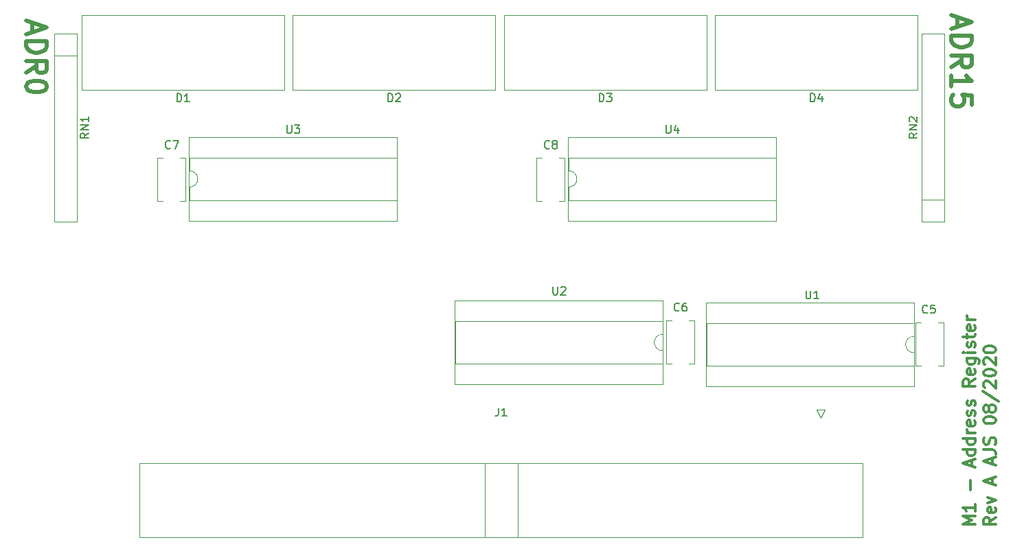
<source format=gto>
%TF.GenerationSoftware,KiCad,Pcbnew,5.1.6-c6e7f7d~87~ubuntu18.04.1*%
%TF.CreationDate,2020-08-18T19:41:25+12:00*%
%TF.ProjectId,M1 Address Register,4d312041-6464-4726-9573-732052656769,rev?*%
%TF.SameCoordinates,Original*%
%TF.FileFunction,Legend,Top*%
%TF.FilePolarity,Positive*%
%FSLAX46Y46*%
G04 Gerber Fmt 4.6, Leading zero omitted, Abs format (unit mm)*
G04 Created by KiCad (PCBNEW 5.1.6-c6e7f7d~87~ubuntu18.04.1) date 2020-08-18 19:41:25*
%MOMM*%
%LPD*%
G01*
G04 APERTURE LIST*
%ADD10C,0.300000*%
%ADD11C,0.500000*%
%ADD12C,0.120000*%
%ADD13C,0.150000*%
G04 APERTURE END LIST*
D10*
X210930571Y-147291857D02*
X209430571Y-147291857D01*
X210502000Y-146791857D01*
X209430571Y-146291857D01*
X210930571Y-146291857D01*
X210930571Y-144791857D02*
X210930571Y-145649000D01*
X210930571Y-145220428D02*
X209430571Y-145220428D01*
X209644857Y-145363285D01*
X209787714Y-145506142D01*
X209859142Y-145649000D01*
X210359142Y-143006142D02*
X210359142Y-141863285D01*
X210502000Y-140077571D02*
X210502000Y-139363285D01*
X210930571Y-140220428D02*
X209430571Y-139720428D01*
X210930571Y-139220428D01*
X210930571Y-138077571D02*
X209430571Y-138077571D01*
X210859142Y-138077571D02*
X210930571Y-138220428D01*
X210930571Y-138506142D01*
X210859142Y-138649000D01*
X210787714Y-138720428D01*
X210644857Y-138791857D01*
X210216285Y-138791857D01*
X210073428Y-138720428D01*
X210002000Y-138649000D01*
X209930571Y-138506142D01*
X209930571Y-138220428D01*
X210002000Y-138077571D01*
X210930571Y-136720428D02*
X209430571Y-136720428D01*
X210859142Y-136720428D02*
X210930571Y-136863285D01*
X210930571Y-137149000D01*
X210859142Y-137291857D01*
X210787714Y-137363285D01*
X210644857Y-137434714D01*
X210216285Y-137434714D01*
X210073428Y-137363285D01*
X210002000Y-137291857D01*
X209930571Y-137149000D01*
X209930571Y-136863285D01*
X210002000Y-136720428D01*
X210930571Y-136006142D02*
X209930571Y-136006142D01*
X210216285Y-136006142D02*
X210073428Y-135934714D01*
X210002000Y-135863285D01*
X209930571Y-135720428D01*
X209930571Y-135577571D01*
X210859142Y-134506142D02*
X210930571Y-134649000D01*
X210930571Y-134934714D01*
X210859142Y-135077571D01*
X210716285Y-135149000D01*
X210144857Y-135149000D01*
X210002000Y-135077571D01*
X209930571Y-134934714D01*
X209930571Y-134649000D01*
X210002000Y-134506142D01*
X210144857Y-134434714D01*
X210287714Y-134434714D01*
X210430571Y-135149000D01*
X210859142Y-133863285D02*
X210930571Y-133720428D01*
X210930571Y-133434714D01*
X210859142Y-133291857D01*
X210716285Y-133220428D01*
X210644857Y-133220428D01*
X210502000Y-133291857D01*
X210430571Y-133434714D01*
X210430571Y-133649000D01*
X210359142Y-133791857D01*
X210216285Y-133863285D01*
X210144857Y-133863285D01*
X210002000Y-133791857D01*
X209930571Y-133649000D01*
X209930571Y-133434714D01*
X210002000Y-133291857D01*
X210859142Y-132649000D02*
X210930571Y-132506142D01*
X210930571Y-132220428D01*
X210859142Y-132077571D01*
X210716285Y-132006142D01*
X210644857Y-132006142D01*
X210502000Y-132077571D01*
X210430571Y-132220428D01*
X210430571Y-132434714D01*
X210359142Y-132577571D01*
X210216285Y-132649000D01*
X210144857Y-132649000D01*
X210002000Y-132577571D01*
X209930571Y-132434714D01*
X209930571Y-132220428D01*
X210002000Y-132077571D01*
X210930571Y-129363285D02*
X210216285Y-129863285D01*
X210930571Y-130220428D02*
X209430571Y-130220428D01*
X209430571Y-129649000D01*
X209502000Y-129506142D01*
X209573428Y-129434714D01*
X209716285Y-129363285D01*
X209930571Y-129363285D01*
X210073428Y-129434714D01*
X210144857Y-129506142D01*
X210216285Y-129649000D01*
X210216285Y-130220428D01*
X210859142Y-128149000D02*
X210930571Y-128291857D01*
X210930571Y-128577571D01*
X210859142Y-128720428D01*
X210716285Y-128791857D01*
X210144857Y-128791857D01*
X210002000Y-128720428D01*
X209930571Y-128577571D01*
X209930571Y-128291857D01*
X210002000Y-128149000D01*
X210144857Y-128077571D01*
X210287714Y-128077571D01*
X210430571Y-128791857D01*
X209930571Y-126791857D02*
X211144857Y-126791857D01*
X211287714Y-126863285D01*
X211359142Y-126934714D01*
X211430571Y-127077571D01*
X211430571Y-127291857D01*
X211359142Y-127434714D01*
X210859142Y-126791857D02*
X210930571Y-126934714D01*
X210930571Y-127220428D01*
X210859142Y-127363285D01*
X210787714Y-127434714D01*
X210644857Y-127506142D01*
X210216285Y-127506142D01*
X210073428Y-127434714D01*
X210002000Y-127363285D01*
X209930571Y-127220428D01*
X209930571Y-126934714D01*
X210002000Y-126791857D01*
X210930571Y-126077571D02*
X209930571Y-126077571D01*
X209430571Y-126077571D02*
X209502000Y-126149000D01*
X209573428Y-126077571D01*
X209502000Y-126006142D01*
X209430571Y-126077571D01*
X209573428Y-126077571D01*
X210859142Y-125434714D02*
X210930571Y-125291857D01*
X210930571Y-125006142D01*
X210859142Y-124863285D01*
X210716285Y-124791857D01*
X210644857Y-124791857D01*
X210502000Y-124863285D01*
X210430571Y-125006142D01*
X210430571Y-125220428D01*
X210359142Y-125363285D01*
X210216285Y-125434714D01*
X210144857Y-125434714D01*
X210002000Y-125363285D01*
X209930571Y-125220428D01*
X209930571Y-125006142D01*
X210002000Y-124863285D01*
X209930571Y-124363285D02*
X209930571Y-123791857D01*
X209430571Y-124149000D02*
X210716285Y-124149000D01*
X210859142Y-124077571D01*
X210930571Y-123934714D01*
X210930571Y-123791857D01*
X210859142Y-122720428D02*
X210930571Y-122863285D01*
X210930571Y-123149000D01*
X210859142Y-123291857D01*
X210716285Y-123363285D01*
X210144857Y-123363285D01*
X210002000Y-123291857D01*
X209930571Y-123149000D01*
X209930571Y-122863285D01*
X210002000Y-122720428D01*
X210144857Y-122649000D01*
X210287714Y-122649000D01*
X210430571Y-123363285D01*
X210930571Y-122006142D02*
X209930571Y-122006142D01*
X210216285Y-122006142D02*
X210073428Y-121934714D01*
X210002000Y-121863285D01*
X209930571Y-121720428D01*
X209930571Y-121577571D01*
X213480571Y-146434714D02*
X212766285Y-146934714D01*
X213480571Y-147291857D02*
X211980571Y-147291857D01*
X211980571Y-146720428D01*
X212052000Y-146577571D01*
X212123428Y-146506142D01*
X212266285Y-146434714D01*
X212480571Y-146434714D01*
X212623428Y-146506142D01*
X212694857Y-146577571D01*
X212766285Y-146720428D01*
X212766285Y-147291857D01*
X213409142Y-145220428D02*
X213480571Y-145363285D01*
X213480571Y-145649000D01*
X213409142Y-145791857D01*
X213266285Y-145863285D01*
X212694857Y-145863285D01*
X212552000Y-145791857D01*
X212480571Y-145649000D01*
X212480571Y-145363285D01*
X212552000Y-145220428D01*
X212694857Y-145149000D01*
X212837714Y-145149000D01*
X212980571Y-145863285D01*
X212480571Y-144649000D02*
X213480571Y-144291857D01*
X212480571Y-143934714D01*
X213052000Y-142291857D02*
X213052000Y-141577571D01*
X213480571Y-142434714D02*
X211980571Y-141934714D01*
X213480571Y-141434714D01*
X213052000Y-139863285D02*
X213052000Y-139149000D01*
X213480571Y-140006142D02*
X211980571Y-139506142D01*
X213480571Y-139006142D01*
X211980571Y-138077571D02*
X213052000Y-138077571D01*
X213266285Y-138149000D01*
X213409142Y-138291857D01*
X213480571Y-138506142D01*
X213480571Y-138649000D01*
X213409142Y-137434714D02*
X213480571Y-137220428D01*
X213480571Y-136863285D01*
X213409142Y-136720428D01*
X213337714Y-136649000D01*
X213194857Y-136577571D01*
X213052000Y-136577571D01*
X212909142Y-136649000D01*
X212837714Y-136720428D01*
X212766285Y-136863285D01*
X212694857Y-137149000D01*
X212623428Y-137291857D01*
X212552000Y-137363285D01*
X212409142Y-137434714D01*
X212266285Y-137434714D01*
X212123428Y-137363285D01*
X212052000Y-137291857D01*
X211980571Y-137149000D01*
X211980571Y-136791857D01*
X212052000Y-136577571D01*
X211980571Y-134506142D02*
X211980571Y-134363285D01*
X212052000Y-134220428D01*
X212123428Y-134149000D01*
X212266285Y-134077571D01*
X212552000Y-134006142D01*
X212909142Y-134006142D01*
X213194857Y-134077571D01*
X213337714Y-134149000D01*
X213409142Y-134220428D01*
X213480571Y-134363285D01*
X213480571Y-134506142D01*
X213409142Y-134649000D01*
X213337714Y-134720428D01*
X213194857Y-134791857D01*
X212909142Y-134863285D01*
X212552000Y-134863285D01*
X212266285Y-134791857D01*
X212123428Y-134720428D01*
X212052000Y-134649000D01*
X211980571Y-134506142D01*
X212623428Y-133149000D02*
X212552000Y-133291857D01*
X212480571Y-133363285D01*
X212337714Y-133434714D01*
X212266285Y-133434714D01*
X212123428Y-133363285D01*
X212052000Y-133291857D01*
X211980571Y-133149000D01*
X211980571Y-132863285D01*
X212052000Y-132720428D01*
X212123428Y-132649000D01*
X212266285Y-132577571D01*
X212337714Y-132577571D01*
X212480571Y-132649000D01*
X212552000Y-132720428D01*
X212623428Y-132863285D01*
X212623428Y-133149000D01*
X212694857Y-133291857D01*
X212766285Y-133363285D01*
X212909142Y-133434714D01*
X213194857Y-133434714D01*
X213337714Y-133363285D01*
X213409142Y-133291857D01*
X213480571Y-133149000D01*
X213480571Y-132863285D01*
X213409142Y-132720428D01*
X213337714Y-132649000D01*
X213194857Y-132577571D01*
X212909142Y-132577571D01*
X212766285Y-132649000D01*
X212694857Y-132720428D01*
X212623428Y-132863285D01*
X211909142Y-130863285D02*
X213837714Y-132149000D01*
X212123428Y-130434714D02*
X212052000Y-130363285D01*
X211980571Y-130220428D01*
X211980571Y-129863285D01*
X212052000Y-129720428D01*
X212123428Y-129649000D01*
X212266285Y-129577571D01*
X212409142Y-129577571D01*
X212623428Y-129649000D01*
X213480571Y-130506142D01*
X213480571Y-129577571D01*
X211980571Y-128649000D02*
X211980571Y-128506142D01*
X212052000Y-128363285D01*
X212123428Y-128291857D01*
X212266285Y-128220428D01*
X212552000Y-128149000D01*
X212909142Y-128149000D01*
X213194857Y-128220428D01*
X213337714Y-128291857D01*
X213409142Y-128363285D01*
X213480571Y-128506142D01*
X213480571Y-128649000D01*
X213409142Y-128791857D01*
X213337714Y-128863285D01*
X213194857Y-128934714D01*
X212909142Y-129006142D01*
X212552000Y-129006142D01*
X212266285Y-128934714D01*
X212123428Y-128863285D01*
X212052000Y-128791857D01*
X211980571Y-128649000D01*
X212123428Y-127577571D02*
X212052000Y-127506142D01*
X211980571Y-127363285D01*
X211980571Y-127006142D01*
X212052000Y-126863285D01*
X212123428Y-126791857D01*
X212266285Y-126720428D01*
X212409142Y-126720428D01*
X212623428Y-126791857D01*
X213480571Y-127649000D01*
X213480571Y-126720428D01*
X211980571Y-125791857D02*
X211980571Y-125649000D01*
X212052000Y-125506142D01*
X212123428Y-125434714D01*
X212266285Y-125363285D01*
X212552000Y-125291857D01*
X212909142Y-125291857D01*
X213194857Y-125363285D01*
X213337714Y-125434714D01*
X213409142Y-125506142D01*
X213480571Y-125649000D01*
X213480571Y-125791857D01*
X213409142Y-125934714D01*
X213337714Y-126006142D01*
X213194857Y-126077571D01*
X212909142Y-126149000D01*
X212552000Y-126149000D01*
X212266285Y-126077571D01*
X212123428Y-126006142D01*
X212052000Y-125934714D01*
X211980571Y-125791857D01*
D11*
X94706333Y-85403285D02*
X94706333Y-86593761D01*
X93992047Y-85165190D02*
X96492047Y-85998523D01*
X93992047Y-86831857D01*
X93992047Y-87665190D02*
X96492047Y-87665190D01*
X96492047Y-88260428D01*
X96373000Y-88617571D01*
X96134904Y-88855666D01*
X95896809Y-88974714D01*
X95420619Y-89093761D01*
X95063476Y-89093761D01*
X94587285Y-88974714D01*
X94349190Y-88855666D01*
X94111095Y-88617571D01*
X93992047Y-88260428D01*
X93992047Y-87665190D01*
X93992047Y-91593761D02*
X95182523Y-90760428D01*
X93992047Y-90165190D02*
X96492047Y-90165190D01*
X96492047Y-91117571D01*
X96373000Y-91355666D01*
X96253952Y-91474714D01*
X96015857Y-91593761D01*
X95658714Y-91593761D01*
X95420619Y-91474714D01*
X95301571Y-91355666D01*
X95182523Y-91117571D01*
X95182523Y-90165190D01*
X96492047Y-93141380D02*
X96492047Y-93379476D01*
X96373000Y-93617571D01*
X96253952Y-93736619D01*
X96015857Y-93855666D01*
X95539666Y-93974714D01*
X94944428Y-93974714D01*
X94468238Y-93855666D01*
X94230142Y-93736619D01*
X94111095Y-93617571D01*
X93992047Y-93379476D01*
X93992047Y-93141380D01*
X94111095Y-92903285D01*
X94230142Y-92784238D01*
X94468238Y-92665190D01*
X94944428Y-92546142D01*
X95539666Y-92546142D01*
X96015857Y-92665190D01*
X96253952Y-92784238D01*
X96373000Y-92903285D01*
X96492047Y-93141380D01*
X208752333Y-84720809D02*
X208752333Y-85911285D01*
X208038047Y-84482714D02*
X210538047Y-85316047D01*
X208038047Y-86149380D01*
X208038047Y-86982714D02*
X210538047Y-86982714D01*
X210538047Y-87577952D01*
X210419000Y-87935095D01*
X210180904Y-88173190D01*
X209942809Y-88292238D01*
X209466619Y-88411285D01*
X209109476Y-88411285D01*
X208633285Y-88292238D01*
X208395190Y-88173190D01*
X208157095Y-87935095D01*
X208038047Y-87577952D01*
X208038047Y-86982714D01*
X208038047Y-90911285D02*
X209228523Y-90077952D01*
X208038047Y-89482714D02*
X210538047Y-89482714D01*
X210538047Y-90435095D01*
X210419000Y-90673190D01*
X210299952Y-90792238D01*
X210061857Y-90911285D01*
X209704714Y-90911285D01*
X209466619Y-90792238D01*
X209347571Y-90673190D01*
X209228523Y-90435095D01*
X209228523Y-89482714D01*
X208038047Y-93292238D02*
X208038047Y-91863666D01*
X208038047Y-92577952D02*
X210538047Y-92577952D01*
X210180904Y-92339857D01*
X209942809Y-92101761D01*
X209823761Y-91863666D01*
X210538047Y-95554142D02*
X210538047Y-94363666D01*
X209347571Y-94244619D01*
X209466619Y-94363666D01*
X209585666Y-94601761D01*
X209585666Y-95197000D01*
X209466619Y-95435095D01*
X209347571Y-95554142D01*
X209109476Y-95673190D01*
X208514238Y-95673190D01*
X208276142Y-95554142D01*
X208157095Y-95435095D01*
X208038047Y-95197000D01*
X208038047Y-94601761D01*
X208157095Y-94363666D01*
X208276142Y-94244619D01*
D12*
%TO.C,C5*%
X207080000Y-122385000D02*
X207080000Y-127725000D01*
X203638000Y-122385000D02*
X203638000Y-127725000D01*
X207080000Y-122385000D02*
X206414000Y-122385000D01*
X204304000Y-122385000D02*
X203638000Y-122385000D01*
X207080000Y-127725000D02*
X206414000Y-127725000D01*
X204304000Y-127725000D02*
X203638000Y-127725000D01*
%TO.C,C6*%
X173570000Y-127471000D02*
X172904000Y-127471000D01*
X176346000Y-127471000D02*
X175680000Y-127471000D01*
X173570000Y-122131000D02*
X172904000Y-122131000D01*
X176346000Y-122131000D02*
X175680000Y-122131000D01*
X172904000Y-122131000D02*
X172904000Y-127471000D01*
X176346000Y-122131000D02*
X176346000Y-127471000D01*
%TO.C,C7*%
X112942000Y-102045000D02*
X113608000Y-102045000D01*
X110166000Y-102045000D02*
X110832000Y-102045000D01*
X112942000Y-107385000D02*
X113608000Y-107385000D01*
X110166000Y-107385000D02*
X110832000Y-107385000D01*
X113608000Y-107385000D02*
X113608000Y-102045000D01*
X110166000Y-107385000D02*
X110166000Y-102045000D01*
%TO.C,C8*%
X156902000Y-107385000D02*
X156902000Y-102045000D01*
X160344000Y-107385000D02*
X160344000Y-102045000D01*
X156902000Y-107385000D02*
X157568000Y-107385000D01*
X159678000Y-107385000D02*
X160344000Y-107385000D01*
X156902000Y-102045000D02*
X157568000Y-102045000D01*
X159678000Y-102045000D02*
X160344000Y-102045000D01*
%TO.C,J1*%
X154577000Y-139779000D02*
X154577000Y-148899000D01*
X150477000Y-139779000D02*
X150477000Y-148899000D01*
X197107000Y-139779000D02*
X197107000Y-148899000D01*
X197107000Y-148899000D02*
X107947000Y-148899000D01*
X107947000Y-148899000D02*
X107947000Y-139779000D01*
X107947000Y-139779000D02*
X197107000Y-139779000D01*
X191897000Y-134159000D02*
X192397000Y-133159000D01*
X192397000Y-133159000D02*
X191397000Y-133159000D01*
X191397000Y-133159000D02*
X191897000Y-134159000D01*
%TO.C,RN1*%
X100206000Y-86725000D02*
X97406000Y-86725000D01*
X97406000Y-86725000D02*
X97406000Y-109925000D01*
X97406000Y-109925000D02*
X100206000Y-109925000D01*
X100206000Y-109925000D02*
X100206000Y-86725000D01*
X100206000Y-89435000D02*
X97406000Y-89435000D01*
%TO.C,D1*%
X125784000Y-84489000D02*
X100784000Y-84489000D01*
X125784000Y-93689000D02*
X125784000Y-84489000D01*
X100784000Y-93689000D02*
X125784000Y-93689000D01*
X100784000Y-84489000D02*
X100784000Y-93689000D01*
%TO.C,D2*%
X126819000Y-84489000D02*
X126819000Y-93689000D01*
X126819000Y-93689000D02*
X151819000Y-93689000D01*
X151819000Y-93689000D02*
X151819000Y-84489000D01*
X151819000Y-84489000D02*
X126819000Y-84489000D01*
%TO.C,D3*%
X177854000Y-84489000D02*
X152854000Y-84489000D01*
X177854000Y-93689000D02*
X177854000Y-84489000D01*
X152854000Y-93689000D02*
X177854000Y-93689000D01*
X152854000Y-84489000D02*
X152854000Y-93689000D01*
%TO.C,D4*%
X178889000Y-84489000D02*
X178889000Y-93689000D01*
X178889000Y-93689000D02*
X203889000Y-93689000D01*
X203889000Y-93689000D02*
X203889000Y-84489000D01*
X203889000Y-84489000D02*
X178889000Y-84489000D01*
%TO.C,RN2*%
X204340000Y-107215000D02*
X207140000Y-107215000D01*
X204340000Y-86725000D02*
X204340000Y-109925000D01*
X207140000Y-86725000D02*
X204340000Y-86725000D01*
X207140000Y-109925000D02*
X207140000Y-86725000D01*
X204340000Y-109925000D02*
X207140000Y-109925000D01*
%TO.C,U1*%
X203447000Y-130235000D02*
X203447000Y-119955000D01*
X177807000Y-130235000D02*
X203447000Y-130235000D01*
X177807000Y-119955000D02*
X177807000Y-130235000D01*
X203447000Y-119955000D02*
X177807000Y-119955000D01*
X203387000Y-127745000D02*
X203387000Y-126095000D01*
X177867000Y-127745000D02*
X203387000Y-127745000D01*
X177867000Y-122445000D02*
X177867000Y-127745000D01*
X203387000Y-122445000D02*
X177867000Y-122445000D01*
X203387000Y-124095000D02*
X203387000Y-122445000D01*
X203387000Y-126095000D02*
G75*
G02*
X203387000Y-124095000I0J1000000D01*
G01*
%TO.C,U2*%
X172399000Y-123841000D02*
X172399000Y-122191000D01*
X172399000Y-122191000D02*
X146879000Y-122191000D01*
X146879000Y-122191000D02*
X146879000Y-127491000D01*
X146879000Y-127491000D02*
X172399000Y-127491000D01*
X172399000Y-127491000D02*
X172399000Y-125841000D01*
X172459000Y-119701000D02*
X146819000Y-119701000D01*
X146819000Y-119701000D02*
X146819000Y-129981000D01*
X146819000Y-129981000D02*
X172459000Y-129981000D01*
X172459000Y-129981000D02*
X172459000Y-119701000D01*
X172399000Y-125841000D02*
G75*
G02*
X172399000Y-123841000I0J1000000D01*
G01*
%TO.C,U3*%
X114113000Y-105675000D02*
X114113000Y-107325000D01*
X114113000Y-107325000D02*
X139633000Y-107325000D01*
X139633000Y-107325000D02*
X139633000Y-102025000D01*
X139633000Y-102025000D02*
X114113000Y-102025000D01*
X114113000Y-102025000D02*
X114113000Y-103675000D01*
X114053000Y-109815000D02*
X139693000Y-109815000D01*
X139693000Y-109815000D02*
X139693000Y-99535000D01*
X139693000Y-99535000D02*
X114053000Y-99535000D01*
X114053000Y-99535000D02*
X114053000Y-109815000D01*
X114113000Y-103675000D02*
G75*
G02*
X114113000Y-105675000I0J-1000000D01*
G01*
%TO.C,U4*%
X160789000Y-99535000D02*
X160789000Y-109815000D01*
X186429000Y-99535000D02*
X160789000Y-99535000D01*
X186429000Y-109815000D02*
X186429000Y-99535000D01*
X160789000Y-109815000D02*
X186429000Y-109815000D01*
X160849000Y-102025000D02*
X160849000Y-103675000D01*
X186369000Y-102025000D02*
X160849000Y-102025000D01*
X186369000Y-107325000D02*
X186369000Y-102025000D01*
X160849000Y-107325000D02*
X186369000Y-107325000D01*
X160849000Y-105675000D02*
X160849000Y-107325000D01*
X160849000Y-103675000D02*
G75*
G02*
X160849000Y-105675000I0J-1000000D01*
G01*
%TO.C,C5*%
D13*
X205065333Y-121134142D02*
X205017714Y-121181761D01*
X204874857Y-121229380D01*
X204779619Y-121229380D01*
X204636761Y-121181761D01*
X204541523Y-121086523D01*
X204493904Y-120991285D01*
X204446285Y-120800809D01*
X204446285Y-120657952D01*
X204493904Y-120467476D01*
X204541523Y-120372238D01*
X204636761Y-120277000D01*
X204779619Y-120229380D01*
X204874857Y-120229380D01*
X205017714Y-120277000D01*
X205065333Y-120324619D01*
X205970095Y-120229380D02*
X205493904Y-120229380D01*
X205446285Y-120705571D01*
X205493904Y-120657952D01*
X205589142Y-120610333D01*
X205827238Y-120610333D01*
X205922476Y-120657952D01*
X205970095Y-120705571D01*
X206017714Y-120800809D01*
X206017714Y-121038904D01*
X205970095Y-121134142D01*
X205922476Y-121181761D01*
X205827238Y-121229380D01*
X205589142Y-121229380D01*
X205493904Y-121181761D01*
X205446285Y-121134142D01*
%TO.C,C6*%
X174458333Y-120880142D02*
X174410714Y-120927761D01*
X174267857Y-120975380D01*
X174172619Y-120975380D01*
X174029761Y-120927761D01*
X173934523Y-120832523D01*
X173886904Y-120737285D01*
X173839285Y-120546809D01*
X173839285Y-120403952D01*
X173886904Y-120213476D01*
X173934523Y-120118238D01*
X174029761Y-120023000D01*
X174172619Y-119975380D01*
X174267857Y-119975380D01*
X174410714Y-120023000D01*
X174458333Y-120070619D01*
X175315476Y-119975380D02*
X175125000Y-119975380D01*
X175029761Y-120023000D01*
X174982142Y-120070619D01*
X174886904Y-120213476D01*
X174839285Y-120403952D01*
X174839285Y-120784904D01*
X174886904Y-120880142D01*
X174934523Y-120927761D01*
X175029761Y-120975380D01*
X175220238Y-120975380D01*
X175315476Y-120927761D01*
X175363095Y-120880142D01*
X175410714Y-120784904D01*
X175410714Y-120546809D01*
X175363095Y-120451571D01*
X175315476Y-120403952D01*
X175220238Y-120356333D01*
X175029761Y-120356333D01*
X174934523Y-120403952D01*
X174886904Y-120451571D01*
X174839285Y-120546809D01*
%TO.C,C7*%
X111720333Y-100841142D02*
X111672714Y-100888761D01*
X111529857Y-100936380D01*
X111434619Y-100936380D01*
X111291761Y-100888761D01*
X111196523Y-100793523D01*
X111148904Y-100698285D01*
X111101285Y-100507809D01*
X111101285Y-100364952D01*
X111148904Y-100174476D01*
X111196523Y-100079238D01*
X111291761Y-99984000D01*
X111434619Y-99936380D01*
X111529857Y-99936380D01*
X111672714Y-99984000D01*
X111720333Y-100031619D01*
X112053666Y-99936380D02*
X112720333Y-99936380D01*
X112291761Y-100936380D01*
%TO.C,C8*%
X158456333Y-100841142D02*
X158408714Y-100888761D01*
X158265857Y-100936380D01*
X158170619Y-100936380D01*
X158027761Y-100888761D01*
X157932523Y-100793523D01*
X157884904Y-100698285D01*
X157837285Y-100507809D01*
X157837285Y-100364952D01*
X157884904Y-100174476D01*
X157932523Y-100079238D01*
X158027761Y-99984000D01*
X158170619Y-99936380D01*
X158265857Y-99936380D01*
X158408714Y-99984000D01*
X158456333Y-100031619D01*
X159027761Y-100364952D02*
X158932523Y-100317333D01*
X158884904Y-100269714D01*
X158837285Y-100174476D01*
X158837285Y-100126857D01*
X158884904Y-100031619D01*
X158932523Y-99984000D01*
X159027761Y-99936380D01*
X159218238Y-99936380D01*
X159313476Y-99984000D01*
X159361095Y-100031619D01*
X159408714Y-100126857D01*
X159408714Y-100174476D01*
X159361095Y-100269714D01*
X159313476Y-100317333D01*
X159218238Y-100364952D01*
X159027761Y-100364952D01*
X158932523Y-100412571D01*
X158884904Y-100460190D01*
X158837285Y-100555428D01*
X158837285Y-100745904D01*
X158884904Y-100841142D01*
X158932523Y-100888761D01*
X159027761Y-100936380D01*
X159218238Y-100936380D01*
X159313476Y-100888761D01*
X159361095Y-100841142D01*
X159408714Y-100745904D01*
X159408714Y-100555428D01*
X159361095Y-100460190D01*
X159313476Y-100412571D01*
X159218238Y-100364952D01*
%TO.C,J1*%
X152193666Y-132929380D02*
X152193666Y-133643666D01*
X152146047Y-133786523D01*
X152050809Y-133881761D01*
X151907952Y-133929380D01*
X151812714Y-133929380D01*
X153193666Y-133929380D02*
X152622238Y-133929380D01*
X152907952Y-133929380D02*
X152907952Y-132929380D01*
X152812714Y-133072238D01*
X152717476Y-133167476D01*
X152622238Y-133215095D01*
%TO.C,RN1*%
X101658380Y-99015476D02*
X101182190Y-99348809D01*
X101658380Y-99586904D02*
X100658380Y-99586904D01*
X100658380Y-99205952D01*
X100706000Y-99110714D01*
X100753619Y-99063095D01*
X100848857Y-99015476D01*
X100991714Y-99015476D01*
X101086952Y-99063095D01*
X101134571Y-99110714D01*
X101182190Y-99205952D01*
X101182190Y-99586904D01*
X101658380Y-98586904D02*
X100658380Y-98586904D01*
X101658380Y-98015476D01*
X100658380Y-98015476D01*
X101658380Y-97015476D02*
X101658380Y-97586904D01*
X101658380Y-97301190D02*
X100658380Y-97301190D01*
X100801238Y-97396428D01*
X100896476Y-97491666D01*
X100944095Y-97586904D01*
%TO.C,D1*%
X112545904Y-95141380D02*
X112545904Y-94141380D01*
X112784000Y-94141380D01*
X112926857Y-94189000D01*
X113022095Y-94284238D01*
X113069714Y-94379476D01*
X113117333Y-94569952D01*
X113117333Y-94712809D01*
X113069714Y-94903285D01*
X113022095Y-94998523D01*
X112926857Y-95093761D01*
X112784000Y-95141380D01*
X112545904Y-95141380D01*
X114069714Y-95141380D02*
X113498285Y-95141380D01*
X113784000Y-95141380D02*
X113784000Y-94141380D01*
X113688761Y-94284238D01*
X113593523Y-94379476D01*
X113498285Y-94427095D01*
%TO.C,D2*%
X138580904Y-95141380D02*
X138580904Y-94141380D01*
X138819000Y-94141380D01*
X138961857Y-94189000D01*
X139057095Y-94284238D01*
X139104714Y-94379476D01*
X139152333Y-94569952D01*
X139152333Y-94712809D01*
X139104714Y-94903285D01*
X139057095Y-94998523D01*
X138961857Y-95093761D01*
X138819000Y-95141380D01*
X138580904Y-95141380D01*
X139533285Y-94236619D02*
X139580904Y-94189000D01*
X139676142Y-94141380D01*
X139914238Y-94141380D01*
X140009476Y-94189000D01*
X140057095Y-94236619D01*
X140104714Y-94331857D01*
X140104714Y-94427095D01*
X140057095Y-94569952D01*
X139485666Y-95141380D01*
X140104714Y-95141380D01*
%TO.C,D3*%
X164615904Y-95141380D02*
X164615904Y-94141380D01*
X164854000Y-94141380D01*
X164996857Y-94189000D01*
X165092095Y-94284238D01*
X165139714Y-94379476D01*
X165187333Y-94569952D01*
X165187333Y-94712809D01*
X165139714Y-94903285D01*
X165092095Y-94998523D01*
X164996857Y-95093761D01*
X164854000Y-95141380D01*
X164615904Y-95141380D01*
X165520666Y-94141380D02*
X166139714Y-94141380D01*
X165806380Y-94522333D01*
X165949238Y-94522333D01*
X166044476Y-94569952D01*
X166092095Y-94617571D01*
X166139714Y-94712809D01*
X166139714Y-94950904D01*
X166092095Y-95046142D01*
X166044476Y-95093761D01*
X165949238Y-95141380D01*
X165663523Y-95141380D01*
X165568285Y-95093761D01*
X165520666Y-95046142D01*
%TO.C,D4*%
X190650904Y-95141380D02*
X190650904Y-94141380D01*
X190889000Y-94141380D01*
X191031857Y-94189000D01*
X191127095Y-94284238D01*
X191174714Y-94379476D01*
X191222333Y-94569952D01*
X191222333Y-94712809D01*
X191174714Y-94903285D01*
X191127095Y-94998523D01*
X191031857Y-95093761D01*
X190889000Y-95141380D01*
X190650904Y-95141380D01*
X192079476Y-94474714D02*
X192079476Y-95141380D01*
X191841380Y-94093761D02*
X191603285Y-94808047D01*
X192222333Y-94808047D01*
%TO.C,RN2*%
X203792380Y-99015476D02*
X203316190Y-99348809D01*
X203792380Y-99586904D02*
X202792380Y-99586904D01*
X202792380Y-99205952D01*
X202840000Y-99110714D01*
X202887619Y-99063095D01*
X202982857Y-99015476D01*
X203125714Y-99015476D01*
X203220952Y-99063095D01*
X203268571Y-99110714D01*
X203316190Y-99205952D01*
X203316190Y-99586904D01*
X203792380Y-98586904D02*
X202792380Y-98586904D01*
X203792380Y-98015476D01*
X202792380Y-98015476D01*
X202887619Y-97586904D02*
X202840000Y-97539285D01*
X202792380Y-97444047D01*
X202792380Y-97205952D01*
X202840000Y-97110714D01*
X202887619Y-97063095D01*
X202982857Y-97015476D01*
X203078095Y-97015476D01*
X203220952Y-97063095D01*
X203792380Y-97634523D01*
X203792380Y-97015476D01*
%TO.C,U1*%
X190101095Y-118461380D02*
X190101095Y-119270904D01*
X190148714Y-119366142D01*
X190196333Y-119413761D01*
X190291571Y-119461380D01*
X190482047Y-119461380D01*
X190577285Y-119413761D01*
X190624904Y-119366142D01*
X190672523Y-119270904D01*
X190672523Y-118461380D01*
X191672523Y-119461380D02*
X191101095Y-119461380D01*
X191386809Y-119461380D02*
X191386809Y-118461380D01*
X191291571Y-118604238D01*
X191196333Y-118699476D01*
X191101095Y-118747095D01*
%TO.C,U2*%
X158895095Y-117961380D02*
X158895095Y-118770904D01*
X158942714Y-118866142D01*
X158990333Y-118913761D01*
X159085571Y-118961380D01*
X159276047Y-118961380D01*
X159371285Y-118913761D01*
X159418904Y-118866142D01*
X159466523Y-118770904D01*
X159466523Y-117961380D01*
X159895095Y-118056619D02*
X159942714Y-118009000D01*
X160037952Y-117961380D01*
X160276047Y-117961380D01*
X160371285Y-118009000D01*
X160418904Y-118056619D01*
X160466523Y-118151857D01*
X160466523Y-118247095D01*
X160418904Y-118389952D01*
X159847476Y-118961380D01*
X160466523Y-118961380D01*
%TO.C,U3*%
X126111095Y-98031380D02*
X126111095Y-98840904D01*
X126158714Y-98936142D01*
X126206333Y-98983761D01*
X126301571Y-99031380D01*
X126492047Y-99031380D01*
X126587285Y-98983761D01*
X126634904Y-98936142D01*
X126682523Y-98840904D01*
X126682523Y-98031380D01*
X127063476Y-98031380D02*
X127682523Y-98031380D01*
X127349190Y-98412333D01*
X127492047Y-98412333D01*
X127587285Y-98459952D01*
X127634904Y-98507571D01*
X127682523Y-98602809D01*
X127682523Y-98840904D01*
X127634904Y-98936142D01*
X127587285Y-98983761D01*
X127492047Y-99031380D01*
X127206333Y-99031380D01*
X127111095Y-98983761D01*
X127063476Y-98936142D01*
%TO.C,U4*%
X172847095Y-98031380D02*
X172847095Y-98840904D01*
X172894714Y-98936142D01*
X172942333Y-98983761D01*
X173037571Y-99031380D01*
X173228047Y-99031380D01*
X173323285Y-98983761D01*
X173370904Y-98936142D01*
X173418523Y-98840904D01*
X173418523Y-98031380D01*
X174323285Y-98364714D02*
X174323285Y-99031380D01*
X174085190Y-97983761D02*
X173847095Y-98698047D01*
X174466142Y-98698047D01*
%TD*%
M02*

</source>
